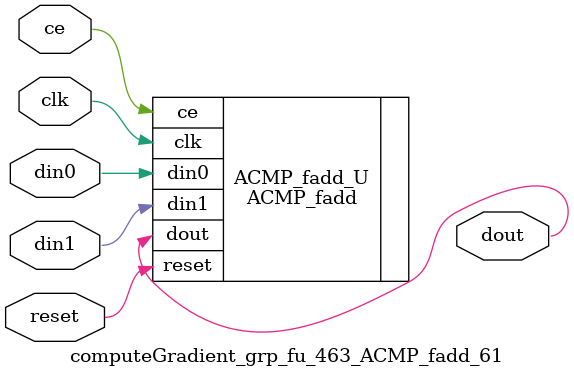
<source format=v>

`timescale 1 ns / 1 ps
module computeGradient_grp_fu_463_ACMP_fadd_61(
    clk,
    reset,
    ce,
    din0,
    din1,
    dout);

parameter ID = 32'd1;
parameter NUM_STAGE = 32'd1;
parameter din0_WIDTH = 32'd1;
parameter din1_WIDTH = 32'd1;
parameter dout_WIDTH = 32'd1;
input clk;
input reset;
input ce;
input[din0_WIDTH - 1:0] din0;
input[din1_WIDTH - 1:0] din1;
output[dout_WIDTH - 1:0] dout;



ACMP_fadd #(
.ID( ID ),
.NUM_STAGE( 4 ),
.din0_WIDTH( din0_WIDTH ),
.din1_WIDTH( din1_WIDTH ),
.dout_WIDTH( dout_WIDTH ))
ACMP_fadd_U(
    .clk( clk ),
    .reset( reset ),
    .ce( ce ),
    .din0( din0 ),
    .din1( din1 ),
    .dout( dout ));

endmodule

</source>
